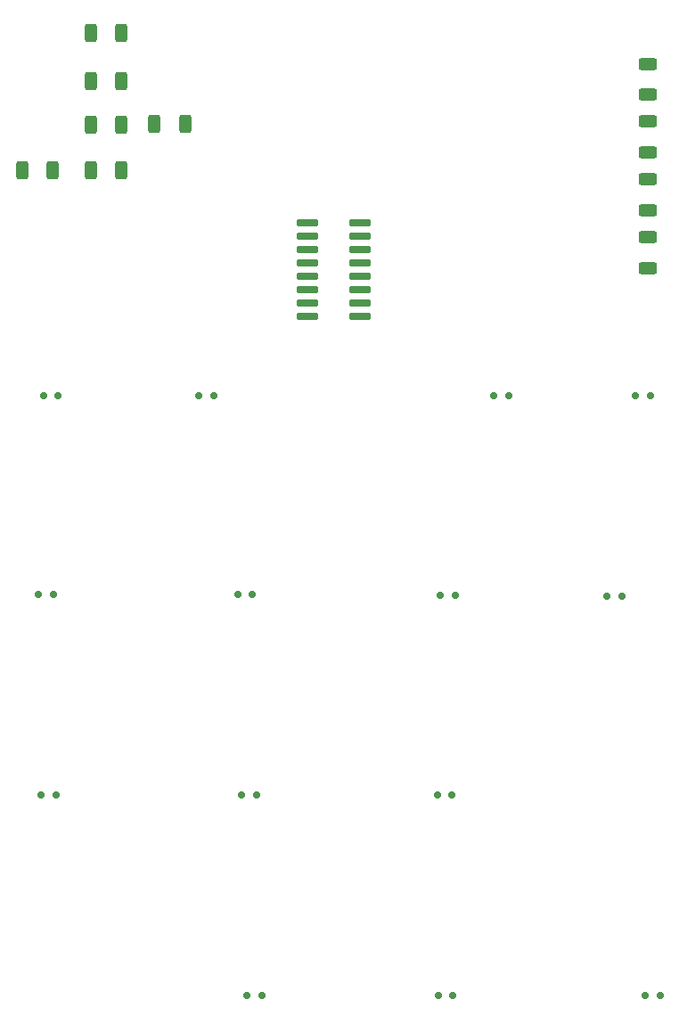
<source format=gbr>
%TF.GenerationSoftware,KiCad,Pcbnew,9.0.4*%
%TF.CreationDate,2025-08-26T19:34:46+02:00*%
%TF.ProjectId,shaghayeghs-keyboard,73686167-6861-4796-9567-68732d6b6579,rev?*%
%TF.SameCoordinates,Original*%
%TF.FileFunction,Paste,Top*%
%TF.FilePolarity,Positive*%
%FSLAX46Y46*%
G04 Gerber Fmt 4.6, Leading zero omitted, Abs format (unit mm)*
G04 Created by KiCad (PCBNEW 9.0.4) date 2025-08-26 19:34:46*
%MOMM*%
%LPD*%
G01*
G04 APERTURE LIST*
G04 Aperture macros list*
%AMRoundRect*
0 Rectangle with rounded corners*
0 $1 Rounding radius*
0 $2 $3 $4 $5 $6 $7 $8 $9 X,Y pos of 4 corners*
0 Add a 4 corners polygon primitive as box body*
4,1,4,$2,$3,$4,$5,$6,$7,$8,$9,$2,$3,0*
0 Add four circle primitives for the rounded corners*
1,1,$1+$1,$2,$3*
1,1,$1+$1,$4,$5*
1,1,$1+$1,$6,$7*
1,1,$1+$1,$8,$9*
0 Add four rect primitives between the rounded corners*
20,1,$1+$1,$2,$3,$4,$5,0*
20,1,$1+$1,$4,$5,$6,$7,0*
20,1,$1+$1,$6,$7,$8,$9,0*
20,1,$1+$1,$8,$9,$2,$3,0*%
G04 Aperture macros list end*
%ADD10RoundRect,0.075000X-0.910000X-0.225000X0.910000X-0.225000X0.910000X0.225000X-0.910000X0.225000X0*%
%ADD11RoundRect,0.150000X-0.150000X-0.200000X0.150000X-0.200000X0.150000X0.200000X-0.150000X0.200000X0*%
%ADD12RoundRect,0.250000X-0.625000X0.312500X-0.625000X-0.312500X0.625000X-0.312500X0.625000X0.312500X0*%
%ADD13RoundRect,0.150000X0.150000X0.200000X-0.150000X0.200000X-0.150000X-0.200000X0.150000X-0.200000X0*%
%ADD14RoundRect,0.250000X0.312500X0.625000X-0.312500X0.625000X-0.312500X-0.625000X0.312500X-0.625000X0*%
%ADD15RoundRect,0.250000X-0.312500X-0.625000X0.312500X-0.625000X0.312500X0.625000X-0.312500X0.625000X0*%
G04 APERTURE END LIST*
D10*
%TO.C,U3*%
X128433800Y-64795400D03*
X128433800Y-66065400D03*
X128433800Y-67335400D03*
X128433800Y-68605400D03*
X128433800Y-69875400D03*
X128433800Y-71145400D03*
X128433800Y-72415400D03*
X128433800Y-73685400D03*
X123483800Y-73685400D03*
X123483800Y-72415400D03*
X123483800Y-71145400D03*
X123483800Y-69875400D03*
X123483800Y-68605400D03*
X123483800Y-67335400D03*
X123483800Y-66065400D03*
X123483800Y-64795400D03*
%TD*%
D11*
%TO.C,D1*%
X99785400Y-81280000D03*
X98385400Y-81280000D03*
%TD*%
D12*
%TO.C,R4*%
X155778200Y-66203100D03*
X155778200Y-69128100D03*
%TD*%
D13*
%TO.C,D10*%
X117206800Y-119176800D03*
X118606800Y-119176800D03*
%TD*%
D14*
%TO.C,R10*%
X105805700Y-46837600D03*
X102880700Y-46837600D03*
%TD*%
D13*
%TO.C,D13*%
X135875800Y-138201400D03*
X137275800Y-138201400D03*
%TD*%
D12*
%TO.C,R1*%
X155778200Y-49718500D03*
X155778200Y-52643500D03*
%TD*%
D11*
%TO.C,D12*%
X119140200Y-138277600D03*
X117740200Y-138277600D03*
%TD*%
%TO.C,D9*%
X99571000Y-119176800D03*
X98171000Y-119176800D03*
%TD*%
D14*
%TO.C,R6*%
X105805700Y-59867800D03*
X102880700Y-59867800D03*
%TD*%
D13*
%TO.C,D4*%
X154621000Y-81280000D03*
X156021000Y-81280000D03*
%TD*%
%TO.C,D8*%
X151928600Y-100279200D03*
X153328600Y-100279200D03*
%TD*%
D14*
%TO.C,R8*%
X105805700Y-55524400D03*
X102880700Y-55524400D03*
%TD*%
D12*
%TO.C,R3*%
X155778200Y-60708233D03*
X155778200Y-63633233D03*
%TD*%
D13*
%TO.C,D6*%
X116851200Y-100152200D03*
X118251200Y-100152200D03*
%TD*%
%TO.C,D11*%
X135799600Y-119151400D03*
X137199600Y-119151400D03*
%TD*%
D15*
%TO.C,R5*%
X108925900Y-55473600D03*
X111850900Y-55473600D03*
%TD*%
D13*
%TO.C,D2*%
X113168200Y-81280000D03*
X114568200Y-81280000D03*
%TD*%
%TO.C,D3*%
X141159000Y-81280000D03*
X142559000Y-81280000D03*
%TD*%
D12*
%TO.C,R2*%
X155778200Y-55213367D03*
X155778200Y-58138367D03*
%TD*%
D14*
%TO.C,R7*%
X99277900Y-59867800D03*
X96352900Y-59867800D03*
%TD*%
D13*
%TO.C,D14*%
X155560800Y-138201400D03*
X156960800Y-138201400D03*
%TD*%
D11*
%TO.C,D5*%
X99328200Y-100177600D03*
X97928200Y-100177600D03*
%TD*%
D14*
%TO.C,R9*%
X105805700Y-51409600D03*
X102880700Y-51409600D03*
%TD*%
D13*
%TO.C,D7*%
X136104400Y-100203000D03*
X137504400Y-100203000D03*
%TD*%
M02*

</source>
